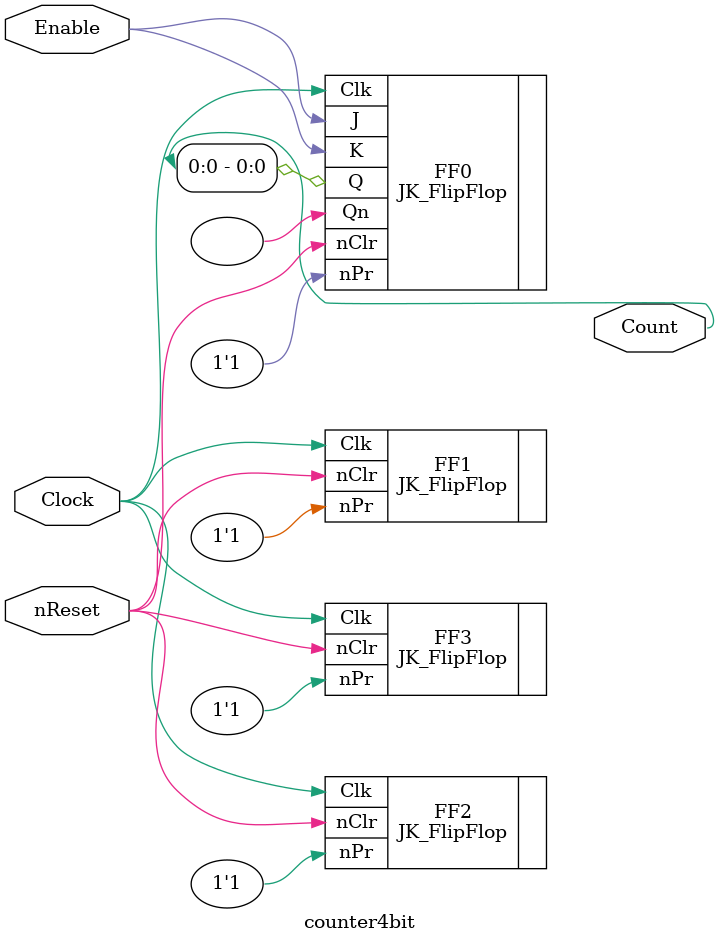
<source format=v>

module counter4bit (
  input Clock,
  input nReset,           // asynchronous active low reset
  input Enable,
  output [3:0] Count);

  wire en1, en2, en3;     // enables for stages 1, 2, 3

  JK_FlipFlop FF0 (
    .nPr  (1'b1),         // same for all 4 instances
    .nClr (nReset),       // same for all 4 instances
    .Clk  (Clock),        // same for all 4 instances
    .J    (Enable),
    .K    (Enable),
    .Q    (Count[0]),
    .Qn   () );           // no contact

  assign en1 = Enable & Count[0];

  JK_FlipFlop FF1 ( // Fill out the module insantiation
     .nPr  (1'b1),         // same for all 4 instances
    .nClr (nReset),       // same for all 4 instances
    .Clk  (Clock),        // same for all 4 instances
    // .J    (en1),
    // .K    (en1),
    // .Q    (Count[1]),
    // .Qn   ()
 );

  assign en2 = en1 & Count[1];

  JK_FlipFlop FF2 ( // Complete the module header
    .nPr  (1'b1),         // same for all 4 instances
    .nClr (nReset),       // same for all 4 instances
    .Clk  (Clock),        // same for all 4 instances
   // .J    (en2),
   // .K    (en2),
   // .Q    (Count[2]),
   // .Qn   ()
 );

  assign en3 = en2 & Count[2];

  JK_FlipFlop FF3 ( // Complete the module header
    .nPr  (1'b1),         // same for all 4 instances
    .nClr (nReset),       // same for all 4 instances
    .Clk  (Clock),        // same for all 4 instances
   // .J    (en3),
   // .K    (en3),
   // .Q    (Count[3]),
   // .Qn   ()
 );

endmodule

</source>
